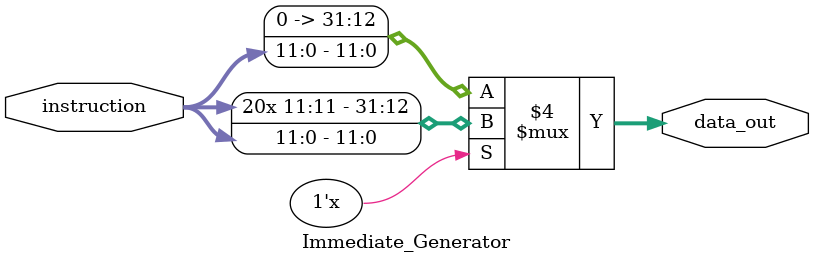
<source format=v>
module Immediate_Generator(
    input [11:0] instruction,
    output reg [31:0] data_out
);

always @(*) begin
    // Sign extension
    if (instruction[15] == 1'b1)
        data_out = { {20{instruction[11]}}, instruction };
    else
        data_out = {20'b0, instruction}; 
end

endmodule

</source>
